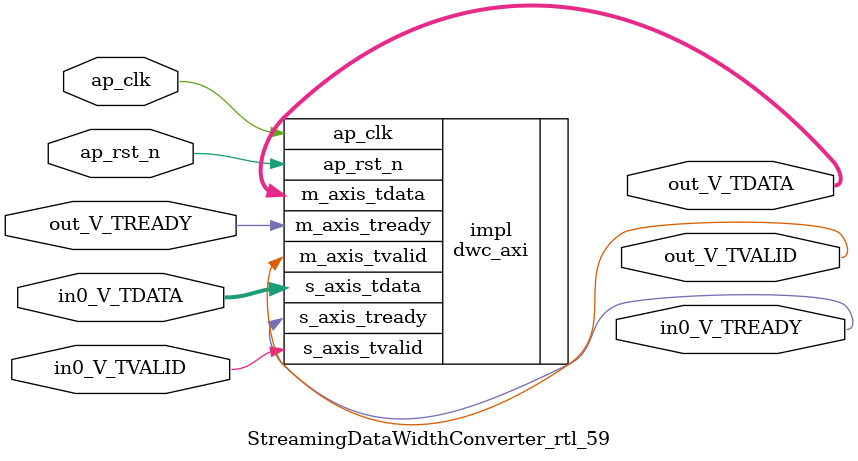
<source format=v>
/******************************************************************************
 * Copyright (C) 2023, Advanced Micro Devices, Inc.
 * All rights reserved.
 *
 * Redistribution and use in source and binary forms, with or without
 * modification, are permitted provided that the following conditions are met:
 *
 *  1. Redistributions of source code must retain the above copyright notice,
 *     this list of conditions and the following disclaimer.
 *
 *  2. Redistributions in binary form must reproduce the above copyright
 *     notice, this list of conditions and the following disclaimer in the
 *     documentation and/or other materials provided with the distribution.
 *
 *  3. Neither the name of the copyright holder nor the names of its
 *     contributors may be used to endorse or promote products derived from
 *     this software without specific prior written permission.
 *
 * THIS SOFTWARE IS PROVIDED BY THE COPYRIGHT HOLDERS AND CONTRIBUTORS "AS IS"
 * AND ANY EXPRESS OR IMPLIED WARRANTIES, INCLUDING, BUT NOT LIMITED TO,
 * THE IMPLIED WARRANTIES OF MERCHANTABILITY AND FITNESS FOR A PARTICULAR
 * PURPOSE ARE DISCLAIMED. IN NO EVENT SHALL THE COPYRIGHT HOLDER OR
 * CONTRIBUTORS BE LIABLE FOR ANY DIRECT, INDIRECT, INCIDENTAL, SPECIAL,
 * EXEMPLARY, OR CONSEQUENTIAL DAMAGES (INCLUDING, BUT NOT LIMITED TO,
 * PROCUREMENT OF SUBSTITUTE GOODS OR SERVICES; LOSS OF USE, DATA, OR PROFITS;
 * OR BUSINESS INTERRUPTION). HOWEVER CAUSED AND ON ANY THEORY OF LIABILITY,
 * WHETHER IN CONTRACT, STRICT LIABILITY, OR TORT (INCLUDING NEGLIGENCE OR
 * OTHERWISE) ARISING IN ANY WAY OUT OF THE USE OF THIS SOFTWARE, EVEN IF
 * ADVISED OF THE POSSIBILITY OF SUCH DAMAGE.
 *****************************************************************************/

module StreamingDataWidthConverter_rtl_59 #(
	parameter  IBITS = 4,
	parameter  OBITS = 32,

	parameter  AXI_IBITS = (IBITS+7)/8 * 8,
	parameter  AXI_OBITS = (OBITS+7)/8 * 8
)(
	//- Global Control ------------------
	(* X_INTERFACE_INFO = "xilinx.com:signal:clock:1.0 ap_clk CLK" *)
	(* X_INTERFACE_PARAMETER = "ASSOCIATED_BUSIF in0_V:out_V, ASSOCIATED_RESET ap_rst_n" *)
	input	ap_clk,
	(* X_INTERFACE_PARAMETER = "POLARITY ACTIVE_LOW" *)
	input	ap_rst_n,

	//- AXI Stream - Input --------------
	output	in0_V_TREADY,
	input	in0_V_TVALID,
	input	[AXI_IBITS-1:0]  in0_V_TDATA,

	//- AXI Stream - Output -------------
	input	out_V_TREADY,
	output	out_V_TVALID,
	output	[AXI_OBITS-1:0]  out_V_TDATA
);

	dwc_axi #(
		.IBITS(IBITS),
		.OBITS(OBITS)
	) impl (
		.ap_clk(ap_clk),
		.ap_rst_n(ap_rst_n),
		.s_axis_tready(in0_V_TREADY),
		.s_axis_tvalid(in0_V_TVALID),
		.s_axis_tdata(in0_V_TDATA),
		.m_axis_tready(out_V_TREADY),
		.m_axis_tvalid(out_V_TVALID),
		.m_axis_tdata(out_V_TDATA)
	);

endmodule

</source>
